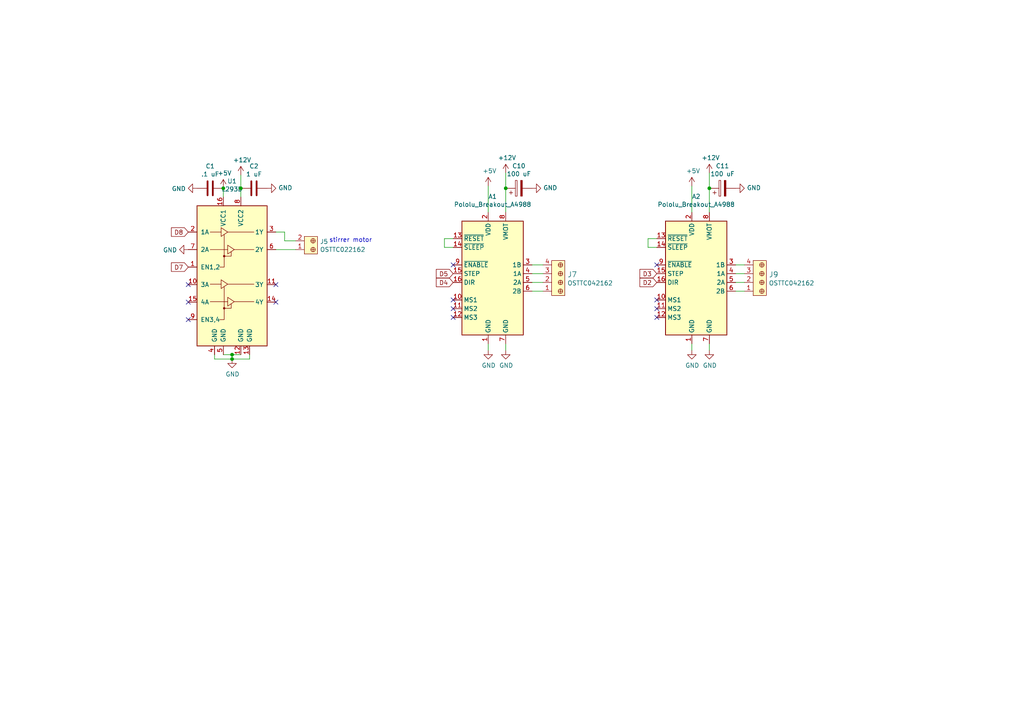
<source format=kicad_sch>
(kicad_sch (version 20211123) (generator eeschema)
  (paper "A4")
  (lib_symbols
    (symbol "Device:C" (pin_numbers hide) (pin_names (offset 0.254))
      (property "Reference" "C" (at 0.635 2.54 0))
      (property "Value" "C" (at 0.635 -2.54 0))
      (symbol "C_0_1"
        (polyline (pts (xy -2.032 -0.762) (xy 2.032 -0.762)) (stroke (width 0.508)))
        (polyline (pts (xy -2.032 0.762) (xy 2.032 0.762)) (stroke (width 0.508)))
      )
      (symbol "C_1_1"
        (pin passive line (at 0 3.81 270) (length 2.794) (name "~") (number "1"))
        (pin passive line (at 0 -3.81 90) (length 2.794) (name "~") (number "2"))
      )
    )
    (symbol "Device:CP" (pin_numbers hide) (pin_names (offset 0.254))
      (property "Reference" "C" (at 0.635 2.54 0))
      (property "Value" "Device_CP" (at 0.635 -2.54 0))
      (symbol "CP_0_1"
        (rectangle (start -2.286 0.508) (end 2.286 1.016))
        (polyline (pts (xy -1.778 2.286) (xy -0.762 2.286)))
        (polyline (pts (xy -1.27 2.794) (xy -1.27 1.778)))
        (rectangle (start 2.286 -0.508) (end -2.286 -1.016) (fill (type outline)))
      )
      (symbol "CP_1_1"
        (pin passive line (at 0 3.81 270) (length 2.794) (name "~") (number "1"))
        (pin passive line (at 0 -3.81 90) (length 2.794) (name "~") (number "2"))
      )
    )
    (symbol "Driver_Motor:L293D" (pin_names (offset 1.016))
      (property "Reference" "U" (at -5.08 26.035 0))
      (property "Value" "L293D" (at -5.08 24.13 0))
      (symbol "L293D_0_1"
        (rectangle (start -10.16 22.86) (end 10.16 -17.78) (stroke (width 0.254)) (fill (type background)))
        (circle (center -2.286 -6.858) (radius 0.254) (fill (type outline)))
        (circle (center -2.286 8.255) (radius 0.254) (fill (type outline)))
        (polyline (pts (xy -6.35 -4.953) (xy -1.27 -4.953)))
        (polyline (pts (xy -6.35 0.127) (xy -3.175 0.127)))
        (polyline (pts (xy -6.35 10.16) (xy -1.27 10.16)))
        (polyline (pts (xy -6.35 15.24) (xy -3.175 15.24)))
        (polyline (pts (xy -1.27 0.127) (xy 6.35 0.127)))
        (polyline (pts (xy -1.27 15.24) (xy 6.35 15.24)))
        (polyline (pts (xy 0.635 -4.953) (xy 6.35 -4.953)))
        (polyline (pts (xy 0.635 10.16) (xy 6.35 10.16)))
        (polyline (pts (xy -2.286 -6.858) (xy -0.254 -6.858) (xy -0.254 -5.588)))
        (polyline (pts (xy -2.286 -0.635) (xy -2.286 -10.16) (xy -3.556 -10.16)))
        (polyline (pts (xy -2.286 8.255) (xy -0.254 8.255) (xy -0.254 9.525)))
        (polyline (pts (xy -2.286 14.478) (xy -2.286 5.08) (xy -3.556 5.08)))
        (polyline (pts (xy -3.175 1.397) (xy -3.175 -1.143) (xy -1.27 0.127) (xy -3.175 1.397)))
        (polyline (pts (xy -3.175 16.51) (xy -3.175 13.97) (xy -1.27 15.24) (xy -3.175 16.51)))
        (polyline (pts (xy -1.27 -3.683) (xy -1.27 -6.223) (xy 0.635 -4.953) (xy -1.27 -3.683)))
        (polyline (pts (xy -1.27 11.43) (xy -1.27 8.89) (xy 0.635 10.16) (xy -1.27 11.43)))
      )
      (symbol "L293D_1_1"
        (pin input line (at -12.7 5.08 0) (length 2.54) (name "EN1,2") (number "1"))
        (pin input line (at -12.7 0 0) (length 2.54) (name "3A") (number "10"))
        (pin output line (at 12.7 0 180) (length 2.54) (name "3Y") (number "11"))
        (pin power_in line (at 2.54 -20.32 90) (length 2.54) (name "GND") (number "12"))
        (pin power_in line (at 5.08 -20.32 90) (length 2.54) (name "GND") (number "13"))
        (pin output line (at 12.7 -5.08 180) (length 2.54) (name "4Y") (number "14"))
        (pin input line (at -12.7 -5.08 0) (length 2.54) (name "4A") (number "15"))
        (pin power_in line (at -2.54 25.4 270) (length 2.54) (name "VCC1") (number "16"))
        (pin input line (at -12.7 15.24 0) (length 2.54) (name "1A") (number "2"))
        (pin output line (at 12.7 15.24 180) (length 2.54) (name "1Y") (number "3"))
        (pin power_in line (at -5.08 -20.32 90) (length 2.54) (name "GND") (number "4"))
        (pin power_in line (at -2.54 -20.32 90) (length 2.54) (name "GND") (number "5"))
        (pin output line (at 12.7 10.16 180) (length 2.54) (name "2Y") (number "6"))
        (pin input line (at -12.7 10.16 0) (length 2.54) (name "2A") (number "7"))
        (pin power_in line (at 2.54 25.4 270) (length 2.54) (name "VCC2") (number "8"))
        (pin input line (at -12.7 -10.16 0) (length 2.54) (name "EN3,4") (number "9"))
      )
    )
    (symbol "Driver_Motor:Pololu_Breakout_A4988"
      (property "Reference" "A" (at -2.54 19.05 0))
      (property "Value" "Pololu_Breakout_A4988" (at -2.54 16.51 0))
      (symbol "Pololu_Breakout_A4988_0_1"
        (rectangle (start 10.16 -17.78) (end -7.62 15.24) (stroke (width 0.254)) (fill (type background)))
      )
      (symbol "Pololu_Breakout_A4988_1_1"
        (pin power_in line (at 0 -20.32 90) (length 2.54) (name "GND") (number "1"))
        (pin input line (at -10.16 -7.62 0) (length 2.54) (name "MS1") (number "10"))
        (pin input line (at -10.16 -10.16 0) (length 2.54) (name "MS2") (number "11"))
        (pin input line (at -10.16 -12.7 0) (length 2.54) (name "MS3") (number "12"))
        (pin input line (at -10.16 10.16 0) (length 2.54) (name "~{RESET}") (number "13"))
        (pin input line (at -10.16 7.62 0) (length 2.54) (name "~{SLEEP}") (number "14"))
        (pin input line (at -10.16 0 0) (length 2.54) (name "STEP") (number "15"))
        (pin input line (at -10.16 -2.54 0) (length 2.54) (name "DIR") (number "16"))
        (pin power_in line (at 0 17.78 270) (length 2.54) (name "VDD") (number "2"))
        (pin output line (at 12.7 2.54 180) (length 2.54) (name "1B") (number "3"))
        (pin output line (at 12.7 0 180) (length 2.54) (name "1A") (number "4"))
        (pin output line (at 12.7 -2.54 180) (length 2.54) (name "2A") (number "5"))
        (pin output line (at 12.7 -5.08 180) (length 2.54) (name "2B") (number "6"))
        (pin power_in line (at 5.08 -20.32 90) (length 2.54) (name "GND") (number "7"))
        (pin power_in line (at 5.08 17.78 270) (length 2.54) (name "VMOT") (number "8"))
        (pin input line (at -10.16 2.54 0) (length 2.54) (name "~{ENABLE}") (number "9"))
      )
    )
    (symbol "dk_Terminal-Blocks-Wire-to-Board:OSTTC022162" (pin_names (offset 1.016))
      (property "Reference" "J" (at -2.54 -1.27 0))
      (property "Value" "dk_Terminal-Blocks-Wire-to-Board_OSTTC022162" (at 1.27 -5.08 0))
      (symbol "OSTTC022162_1_1"
        (rectangle (start -1.27 0) (end 3.81 -3.81) (fill (type background)))
        (circle (center 0 -2.54) (radius 0.635))
        (polyline (pts (xy 0 -1.905) (xy 0 -3.175)))
        (polyline (pts (xy 0.635 -2.54) (xy -0.635 -2.54)))
        (polyline (pts (xy 1.905 -2.54) (xy 3.175 -2.54)))
        (polyline (pts (xy 2.54 -1.905) (xy 2.54 -3.175)))
        (circle (center 2.54 -2.54) (radius 0.635))
        (pin passive line (at 0 2.54 270) (length 2.54) (name "~") (number "1"))
        (pin passive line (at 2.54 2.54 270) (length 2.54) (name "~") (number "2"))
      )
    )
    (symbol "dk_Terminal-Blocks-Wire-to-Board:OSTTC042162" (pin_names (offset 1.016))
      (property "Reference" "J" (at -2.54 -1.27 0))
      (property "Value" "dk_Terminal-Blocks-Wire-to-Board_OSTTC042162" (at 3.81 -5.08 0))
      (symbol "OSTTC042162_1_1"
        (rectangle (start -1.27 0) (end 8.89 -3.81) (fill (type background)))
        (circle (center 0 -2.54) (radius 0.635))
        (polyline (pts (xy 0 -1.905) (xy 0 -3.175)))
        (polyline (pts (xy 0.635 -2.54) (xy -0.635 -2.54)))
        (polyline (pts (xy 1.905 -2.54) (xy 3.175 -2.54)))
        (polyline (pts (xy 2.54 -1.905) (xy 2.54 -3.175)))
        (polyline (pts (xy 5.08 -1.905) (xy 5.08 -3.175)))
        (polyline (pts (xy 5.715 -2.54) (xy 4.445 -2.54)))
        (polyline (pts (xy 6.985 -2.54) (xy 8.255 -2.54)))
        (polyline (pts (xy 7.62 -1.905) (xy 7.62 -3.175)))
        (circle (center 2.54 -2.54) (radius 0.635))
        (circle (center 5.08 -2.54) (radius 0.635))
        (circle (center 7.62 -2.54) (radius 0.635))
        (pin passive line (at 0 2.54 270) (length 2.54) (name "~") (number "1"))
        (pin passive line (at 2.54 2.54 270) (length 2.54) (name "~") (number "2"))
        (pin passive line (at 5.08 2.54 270) (length 2.54) (name "~") (number "3"))
        (pin passive line (at 7.62 2.54 270) (length 2.54) (name "~") (number "4"))
      )
    )
    (symbol "power:+12V" (power) (pin_names (offset 0))
      (property "Value" "+12V" (at 0 3.556 0))
      (symbol "+12V_0_1"
        (polyline (pts (xy -0.762 1.27) (xy 0 2.54)))
        (polyline (pts (xy 0 0) (xy 0 2.54)))
        (polyline (pts (xy 0 2.54) (xy 0.762 1.27)))
      )
      (symbol "+12V_1_1"
        (pin power_in line (at 0 0 90) (length 0) hide (name "+12V") (number "1"))
      )
    )
    (symbol "power:+5V" (power) (pin_names (offset 0))
      (property "Value" "+5V" (at 0 3.556 0))
      (symbol "+5V_0_1"
        (polyline (pts (xy -0.762 1.27) (xy 0 2.54)))
        (polyline (pts (xy 0 0) (xy 0 2.54)))
        (polyline (pts (xy 0 2.54) (xy 0.762 1.27)))
      )
      (symbol "+5V_1_1"
        (pin power_in line (at 0 0 90) (length 0) hide (name "+5V") (number "1"))
      )
    )
    (symbol "power:GND" (power) (pin_names (offset 0))
      (property "Value" "GND" (at 0 -3.81 0))
      (symbol "GND_0_1"
        (polyline (pts (xy 0 0) (xy 0 -1.27) (xy 1.27 -1.27) (xy 0 -2.54) (xy -1.27 -1.27) (xy 0 -1.27)))
      )
      (symbol "GND_1_1"
        (pin power_in line (at 0 0 270) (length 0) hide (name "GND") (number "1"))
      )
    )
  )
  (junction (at 69.85 54.61))
  (junction (at 64.77 54.61))
  (junction (at 146.685 54.61))
  (junction (at 205.74 54.61))
  (junction (at 67.31 104.14))
  (junction (at 67.31 102.87))
  (no_connect (at 80.01 87.63))
  (no_connect (at 190.5 76.835))
  (no_connect (at 80.01 82.55))
  (no_connect (at 131.445 76.835))
  (no_connect (at 190.5 86.995))
  (no_connect (at 54.61 82.55))
  (no_connect (at 190.5 92.075))
  (no_connect (at 190.5 89.535))
  (no_connect (at 131.445 89.535))
  (no_connect (at 54.61 92.71))
  (no_connect (at 131.445 86.995))
  (no_connect (at 54.61 87.63))
  (no_connect (at 131.445 92.075))
  (wire (pts (xy 146.685 54.61) (xy 146.685 50.165)))
  (wire (pts (xy 62.23 104.14) (xy 67.31 104.14)))
  (wire (pts (xy 187.96 71.755) (xy 190.5 71.755)))
  (wire (pts (xy 146.685 61.595) (xy 146.685 54.61)))
  (wire (pts (xy 128.905 71.755) (xy 131.445 71.755)))
  (wire (pts (xy 72.39 104.14) (xy 67.31 104.14)))
  (wire (pts (xy 200.66 99.695) (xy 200.66 101.6)))
  (wire (pts (xy 69.85 102.87) (xy 67.31 102.87)))
  (wire (pts (xy 205.74 50.165) (xy 205.74 54.61)))
  (wire (pts (xy 141.605 61.595) (xy 141.605 53.975)))
  (wire (pts (xy 141.605 99.695) (xy 141.605 101.6)))
  (wire (pts (xy 82.55 67.31) (xy 82.55 69.85)))
  (wire (pts (xy 69.85 54.61) (xy 69.85 50.8)))
  (wire (pts (xy 154.305 84.455) (xy 157.48 84.455)))
  (wire (pts (xy 200.66 61.595) (xy 200.66 53.975)))
  (wire (pts (xy 69.85 57.15) (xy 69.85 54.61)))
  (wire (pts (xy 190.5 69.215) (xy 187.96 69.215)))
  (wire (pts (xy 64.77 102.87) (xy 67.31 102.87)))
  (wire (pts (xy 146.685 99.695) (xy 146.685 101.6)))
  (wire (pts (xy 154.305 79.375) (xy 157.48 79.375)))
  (wire (pts (xy 213.36 84.455) (xy 215.9 84.455)))
  (wire (pts (xy 67.31 102.87) (xy 67.31 104.14)))
  (wire (pts (xy 154.305 76.835) (xy 157.48 76.835)))
  (wire (pts (xy 213.36 81.915) (xy 215.9 81.915)))
  (wire (pts (xy 187.96 69.215) (xy 187.96 71.755)))
  (wire (pts (xy 213.36 79.375) (xy 215.9 79.375)))
  (wire (pts (xy 72.39 102.87) (xy 72.39 104.14)))
  (wire (pts (xy 213.36 76.835) (xy 215.9 76.835)))
  (wire (pts (xy 205.74 54.61) (xy 205.74 61.595)))
  (wire (pts (xy 154.305 81.915) (xy 157.48 81.915)))
  (wire (pts (xy 128.905 69.215) (xy 128.905 71.755)))
  (wire (pts (xy 205.74 99.695) (xy 205.74 101.6)))
  (wire (pts (xy 80.01 72.39) (xy 85.725 72.39)))
  (wire (pts (xy 80.01 67.31) (xy 82.55 67.31)))
  (wire (pts (xy 62.23 102.87) (xy 62.23 104.14)))
  (wire (pts (xy 131.445 69.215) (xy 128.905 69.215)))
  (wire (pts (xy 64.77 54.61) (xy 64.77 57.15)))
  (wire (pts (xy 82.55 69.85) (xy 85.725 69.85)))
  (text "stirrer motor" (at 107.95 70.485 180) (effects (font (size 1.27 1.27)) (justify right bottom)))
  (global_label "D4" (shape input) (at 131.445 81.915 180) (property "Intersheet References" "${INTERSHEET_REFS}" (effects hide)))
  (global_label "D5" (shape input) (at 131.445 79.375 180) (property "Intersheet References" "${INTERSHEET_REFS}" (effects hide)))
  (global_label "D7" (shape input) (at 54.61 77.47 180) (property "Intersheet References" "${INTERSHEET_REFS}" (effects hide)))
  (global_label "D3" (shape input) (at 190.5 79.375 180) (property "Intersheet References" "${INTERSHEET_REFS}" (effects hide)))
  (global_label "D2" (shape input) (at 190.5 81.915 180) (property "Intersheet References" "${INTERSHEET_REFS}" (effects hide)))
  (global_label "D8" (shape input) (at 54.61 67.31 180) (property "Intersheet References" "${INTERSHEET_REFS}" (effects hide)))
  (symbol (lib_id "Device:CP") (at 150.495 54.61 90) (unit 1)
    (property "Reference" "C10" (at 150.495 48.133 90))
    (property "Value" "100 uF" (at 150.495 50.4444 90))
    (property "Footprint" "Capacitor_THT:CP_Radial_D5.0mm_P2.50mm" (effects hide))
  )
  (symbol (lib_id "power:GND") (at 154.305 54.61 90) (unit 1)
    (property "Reference" "#PWR0144" (effects hide))
    (property "Value" "GND" (at 157.5562 54.483 90) (effects (justify right)))
  )
  (symbol (lib_id "Device:CP") (at 209.55 54.61 90) (unit 1)
    (property "Reference" "C11" (at 209.55 48.133 90))
    (property "Value" "100 uF" (at 209.55 50.4444 90))
    (property "Footprint" "Capacitor_THT:CP_Radial_D5.0mm_P2.50mm" (effects hide))
  )
  (symbol (lib_id "power:GND") (at 213.36 54.61 90) (unit 1)
    (property "Reference" "#PWR0161" (effects hide))
    (property "Value" "GND" (at 216.6112 54.483 90) (effects (justify right)))
  )
  (symbol (lib_id "dk_Terminal-Blocks-Wire-to-Board:OSTTC022162") (at 88.265 72.39 90) (unit 1)
    (property "Reference" "J5" (at 92.7862 70.0786 90) (effects (justify right)))
    (property "Value" "OSTTC022162" (at 92.7862 72.39 90) (effects (justify right)))
    (property "Footprint" "digikey-footprints:Term_Block_1x2_P5.08MM" (effects hide))
    (property "Datasheet" "http://www.on-shore.com/wp-content/uploads/OSTTCXX2162.pdf" (effects hide))
    (property "Digi-Key_PN" "ED2609-ND" (effects hide))
    (property "MPN" "OSTTC022162" (effects hide))
    (property "Category" "Connectors, Interconnects" (effects hide))
    (property "Family" "Terminal Blocks - Wire to Board" (effects hide))
    (property "DK_Datasheet_Link" "http://www.on-shore.com/wp-content/uploads/OSTTCXX2162.pdf" (effects hide))
    (property "DK_Detail_Page" "/product-detail/en/on-shore-technology-inc/OSTTC022162/ED2609-ND/614558" (effects hide))
    (property "Description" "TERM BLK 2P SIDE ENT 5.08MM PCB" (effects hide))
    (property "Manufacturer" "On Shore Technology Inc." (effects hide))
    (property "Status" "Active" (effects hide))
  )
  (symbol (lib_id "power:GND") (at 54.61 72.39 270) (unit 1)
    (property "Reference" "#PWR0106" (effects hide))
    (property "Value" "GND" (at 51.3588 72.517 90) (effects (justify right)))
  )
  (symbol (lib_id "Driver_Motor:L293D") (at 67.31 82.55 0) (unit 1)
    (property "Reference" "U1" (at 67.31 52.5526 0))
    (property "Value" "L293D" (at 67.31 54.864 0))
    (property "Footprint" "Package_DIP:DIP-16_W7.62mm" (effects hide))
    (property "Datasheet" "http://www.ti.com/lit/ds/symlink/l293.pdf" (effects hide))
  )
  (symbol (lib_id "power:GND") (at 67.31 104.14 0) (unit 1)
    (property "Reference" "#PWR0107" (effects hide))
    (property "Value" "GND" (at 67.437 108.5342 0))
  )
  (symbol (lib_id "Device:C") (at 60.96 54.61 270) (unit 1)
    (property "Reference" "C1" (at 60.96 48.2092 90))
    (property "Value" ".1 uF" (at 60.96 50.5206 90))
    (property "Footprint" "Capacitor_SMD:C_0603_1608Metric_Pad1.08x0.95mm_HandSolder" (effects hide))
  )
  (symbol (lib_id "Device:C") (at 73.66 54.61 270) (unit 1)
    (property "Reference" "C2" (at 73.66 48.2092 90))
    (property "Value" "1 uF" (at 73.66 50.5206 90))
    (property "Footprint" "Capacitor_SMD:C_0603_1608Metric_Pad1.08x0.95mm_HandSolder" (effects hide))
  )
  (symbol (lib_id "power:+5V") (at 64.77 54.61 0) (unit 1)
    (property "Reference" "#PWR0108" (effects hide))
    (property "Value" "+5V" (at 65.151 50.2158 0))
  )
  (symbol (lib_id "power:+12V") (at 69.85 50.8 0) (unit 1)
    (property "Reference" "#PWR0109" (effects hide))
    (property "Value" "+12V" (at 70.231 46.4058 0))
  )
  (symbol (lib_id "power:GND") (at 57.15 54.61 270) (unit 1)
    (property "Reference" "#PWR0110" (effects hide))
    (property "Value" "GND" (at 53.8988 54.737 90) (effects (justify right)))
  )
  (symbol (lib_id "power:GND") (at 77.47 54.61 90) (unit 1)
    (property "Reference" "#PWR0111" (effects hide))
    (property "Value" "GND" (at 80.7212 54.483 90) (effects (justify right)))
  )
  (symbol (lib_id "Driver_Motor:Pololu_Breakout_A4988") (at 141.605 79.375 0) (unit 1)
    (property "Reference" "A1" (at 142.875 56.9976 0))
    (property "Value" "Pololu_Breakout_A4988" (at 142.875 59.309 0))
    (property "Footprint" "Module:Pololu_Breakout-16_15.2x20.3mm" (effects hide))
    (property "Datasheet" "https://www.pololu.com/product/2980/pictures" (effects hide))
  )
  (symbol (lib_id "dk_Terminal-Blocks-Wire-to-Board:OSTTC042162") (at 160.02 84.455 90) (unit 1)
    (property "Reference" "J7" (at 164.5412 79.629 90) (effects (font (size 1.524 1.524)) (justify right)))
    (property "Value" "OSTTC042162" (at 164.5412 82.1182 90) (effects (justify right)))
    (property "Footprint" "digikey-footprints:Term_Block_1x4_P5.08mm" (effects hide))
    (property "Datasheet" "http://www.on-shore.com/wp-content/uploads/OSTTCXX2162.pdf" (effects hide))
    (property "Digi-Key_PN" "ED2611-ND" (effects hide))
    (property "MPN" "OSTTC042162" (effects hide))
    (property "Category" "Connectors, Interconnects" (effects hide))
    (property "Family" "Terminal Blocks - Wire to Board" (effects hide))
    (property "DK_Datasheet_Link" "http://www.on-shore.com/wp-content/uploads/OSTTCXX2162.pdf" (effects hide))
    (property "DK_Detail_Page" "/product-detail/en/on-shore-technology-inc/OSTTC042162/ED2611-ND/614560" (effects hide))
    (property "Description" "TERM BLK 4P SIDE ENT 5.08MM PCB" (effects hide))
    (property "Manufacturer" "On Shore Technology Inc." (effects hide))
    (property "Status" "Active" (effects hide))
  )
  (symbol (lib_id "power:+12V") (at 146.685 50.165 0) (unit 1)
    (property "Reference" "#PWR0112" (effects hide))
    (property "Value" "+12V" (at 147.066 45.7708 0))
  )
  (symbol (lib_id "power:+5V") (at 141.605 53.975 0) (unit 1)
    (property "Reference" "#PWR0113" (effects hide))
    (property "Value" "+5V" (at 141.986 49.5808 0))
  )
  (symbol (lib_id "power:GND") (at 146.685 101.6 0) (unit 1)
    (property "Reference" "#PWR0114" (effects hide))
    (property "Value" "GND" (at 146.812 105.9942 0))
  )
  (symbol (lib_id "power:GND") (at 141.605 101.6 0) (unit 1)
    (property "Reference" "#PWR0115" (effects hide))
    (property "Value" "GND" (at 141.732 105.9942 0))
  )
  (symbol (lib_id "Driver_Motor:Pololu_Breakout_A4988") (at 200.66 79.375 0) (unit 1)
    (property "Reference" "A2" (at 201.93 56.9976 0))
    (property "Value" "Pololu_Breakout_A4988" (at 201.93 59.309 0))
    (property "Footprint" "Module:Pololu_Breakout-16_15.2x20.3mm" (effects hide))
    (property "Datasheet" "https://www.pololu.com/product/2980/pictures" (effects hide))
  )
  (symbol (lib_id "power:+5V") (at 200.66 53.975 0) (unit 1)
    (property "Reference" "#PWR0116" (effects hide))
    (property "Value" "+5V" (at 201.041 49.5808 0))
  )
  (symbol (lib_id "power:+12V") (at 205.74 50.165 0) (unit 1)
    (property "Reference" "#PWR0121" (effects hide))
    (property "Value" "+12V" (at 206.121 45.7708 0))
  )
  (symbol (lib_id "power:GND") (at 200.66 101.6 0) (unit 1)
    (property "Reference" "#PWR0122" (effects hide))
    (property "Value" "GND" (at 200.787 105.9942 0))
  )
  (symbol (lib_id "power:GND") (at 205.74 101.6 0) (unit 1)
    (property "Reference" "#PWR0123" (effects hide))
    (property "Value" "GND" (at 205.867 105.9942 0))
  )
  (symbol (lib_id "dk_Terminal-Blocks-Wire-to-Board:OSTTC042162") (at 218.44 84.455 90) (unit 1)
    (property "Reference" "J9" (at 222.9612 79.629 90) (effects (font (size 1.524 1.524)) (justify right)))
    (property "Value" "OSTTC042162" (at 222.9612 82.1182 90) (effects (justify right)))
    (property "Footprint" "digikey-footprints:Term_Block_1x4_P5.08mm" (effects hide))
    (property "Datasheet" "http://www.on-shore.com/wp-content/uploads/OSTTCXX2162.pdf" (effects hide))
    (property "Digi-Key_PN" "ED2611-ND" (effects hide))
    (property "MPN" "OSTTC042162" (effects hide))
    (property "Category" "Connectors, Interconnects" (effects hide))
    (property "Family" "Terminal Blocks - Wire to Board" (effects hide))
    (property "DK_Datasheet_Link" "http://www.on-shore.com/wp-content/uploads/OSTTCXX2162.pdf" (effects hide))
    (property "DK_Detail_Page" "/product-detail/en/on-shore-technology-inc/OSTTC042162/ED2611-ND/614560" (effects hide))
    (property "Description" "TERM BLK 4P SIDE ENT 5.08MM PCB" (effects hide))
    (property "Manufacturer" "On Shore Technology Inc." (effects hide))
    (property "Status" "Active" (effects hide))
  )
)
</source>
